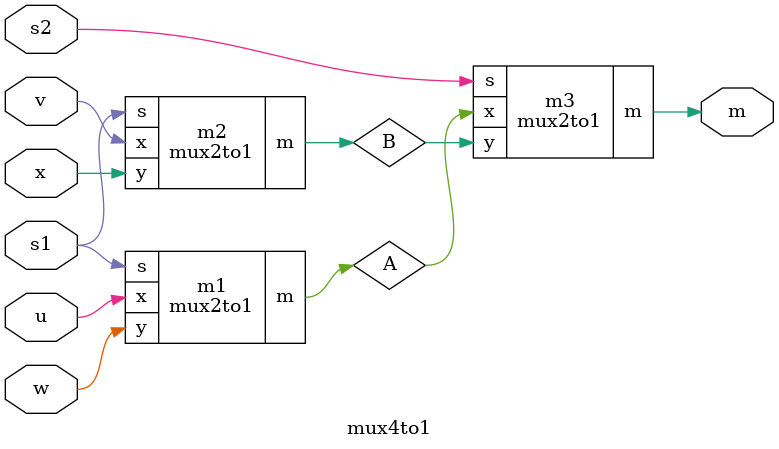
<source format=v>


module mux(LEDR, SW);
    input [9:0] SW;
    output [9:0] LEDR;

    mux4to1 u0(
        .u(SW[0]),
        .v(SW[1]),
		  .w(SW[2]),
        .x(SW[3]),
		  .s1(SW[8]),
        .s2(SW[9]),
        .m(LEDR[0])
        );
endmodule

module mux2to1(x, y, s, m);
    input x; //selected when s is 0
    input y; //selected when s is 1
    input s; //select signal
    output m; //output
  
    assign m = s & y | ~s & x;
    // OR
    // assign m = s ? y : x;

endmodule


module mux4to1(u,v,w,x,s1,s2,m);
    input u; //selected when s1 is 0 and s2 is 0
    input v; //selected when s1 is 0 and s2 is 1
	 input w; //selected when s1 is 1 and s2 is 0
    input x; //selected when s1 is 1 and s2 is 1
    input s1; //select signal # 1
	 input s2; //select signal # 2
	 wire A;
	 wire B;
	 output m; //output
	 
	 mux2to1 m1(
	      .x(u),
			.y(w),
			.s(s1),
			.m(A)
	 );
	 mux2to1 m2(
	      .x(v),
			.y(x),
			.s(s1),
			.m(B)
	 );
	 mux2to1 m3(
	      .x(A),
			.y(B),
			.s(s2),
			.m(m)
	 );
endmodule
</source>
